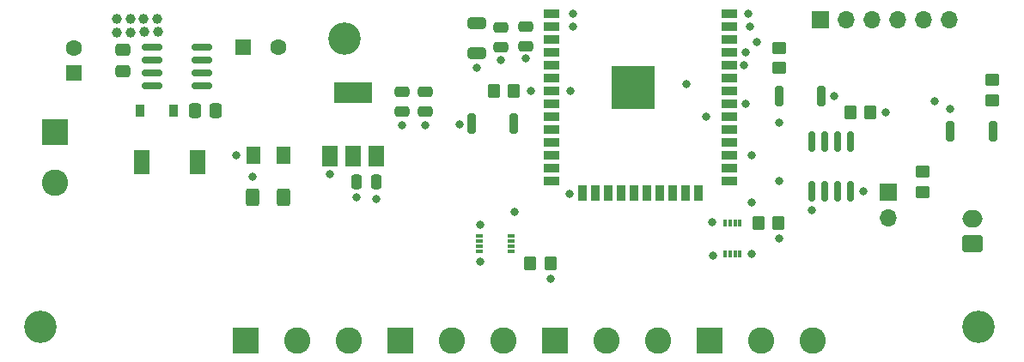
<source format=gbr>
%TF.GenerationSoftware,KiCad,Pcbnew,(6.0.8)*%
%TF.CreationDate,2022-10-05T23:26:50+02:00*%
%TF.ProjectId,DMX_ControllerBoard,444d585f-436f-46e7-9472-6f6c6c657242,rev?*%
%TF.SameCoordinates,Original*%
%TF.FileFunction,Soldermask,Top*%
%TF.FilePolarity,Negative*%
%FSLAX46Y46*%
G04 Gerber Fmt 4.6, Leading zero omitted, Abs format (unit mm)*
G04 Created by KiCad (PCBNEW (6.0.8)) date 2022-10-05 23:26:50*
%MOMM*%
%LPD*%
G01*
G04 APERTURE LIST*
G04 Aperture macros list*
%AMRoundRect*
0 Rectangle with rounded corners*
0 $1 Rounding radius*
0 $2 $3 $4 $5 $6 $7 $8 $9 X,Y pos of 4 corners*
0 Add a 4 corners polygon primitive as box body*
4,1,4,$2,$3,$4,$5,$6,$7,$8,$9,$2,$3,0*
0 Add four circle primitives for the rounded corners*
1,1,$1+$1,$2,$3*
1,1,$1+$1,$4,$5*
1,1,$1+$1,$6,$7*
1,1,$1+$1,$8,$9*
0 Add four rect primitives between the rounded corners*
20,1,$1+$1,$2,$3,$4,$5,0*
20,1,$1+$1,$4,$5,$6,$7,0*
20,1,$1+$1,$6,$7,$8,$9,0*
20,1,$1+$1,$8,$9,$2,$3,0*%
G04 Aperture macros list end*
%ADD10R,1.600000X1.600000*%
%ADD11C,1.600000*%
%ADD12RoundRect,0.250000X-0.337500X-0.475000X0.337500X-0.475000X0.337500X0.475000X-0.337500X0.475000X0*%
%ADD13R,0.900000X1.200000*%
%ADD14R,2.600000X2.600000*%
%ADD15C,2.600000*%
%ADD16RoundRect,0.250000X0.750000X-0.600000X0.750000X0.600000X-0.750000X0.600000X-0.750000X-0.600000X0*%
%ADD17O,2.000000X1.700000*%
%ADD18R,1.500000X2.400000*%
%ADD19RoundRect,0.249999X-0.350001X-0.450001X0.350001X-0.450001X0.350001X0.450001X-0.350001X0.450001X0*%
%ADD20RoundRect,0.200000X0.200000X0.800000X-0.200000X0.800000X-0.200000X-0.800000X0.200000X-0.800000X0*%
%ADD21RoundRect,0.150000X-0.150000X0.825000X-0.150000X-0.825000X0.150000X-0.825000X0.150000X0.825000X0*%
%ADD22RoundRect,0.150000X0.825000X0.150000X-0.825000X0.150000X-0.825000X-0.150000X0.825000X-0.150000X0*%
%ADD23RoundRect,0.250000X-0.650000X0.325000X-0.650000X-0.325000X0.650000X-0.325000X0.650000X0.325000X0*%
%ADD24RoundRect,0.250000X-0.475000X0.250000X-0.475000X-0.250000X0.475000X-0.250000X0.475000X0.250000X0*%
%ADD25R,1.500000X0.900000*%
%ADD26R,0.900000X1.500000*%
%ADD27C,0.475000*%
%ADD28R,4.200000X4.200000*%
%ADD29RoundRect,0.250000X-0.475000X0.337500X-0.475000X-0.337500X0.475000X-0.337500X0.475000X0.337500X0*%
%ADD30RoundRect,0.250000X-0.462500X-0.625000X0.462500X-0.625000X0.462500X0.625000X-0.462500X0.625000X0*%
%ADD31RoundRect,0.250000X0.400000X0.625000X-0.400000X0.625000X-0.400000X-0.625000X0.400000X-0.625000X0*%
%ADD32RoundRect,0.249999X-0.450001X0.350001X-0.450001X-0.350001X0.450001X-0.350001X0.450001X0.350001X0*%
%ADD33RoundRect,0.200000X-0.200000X-0.800000X0.200000X-0.800000X0.200000X0.800000X-0.200000X0.800000X0*%
%ADD34R,1.700000X1.700000*%
%ADD35O,1.700000X1.700000*%
%ADD36C,3.200000*%
%ADD37RoundRect,0.249999X0.450001X-0.350001X0.450001X0.350001X-0.450001X0.350001X-0.450001X-0.350001X0*%
%ADD38RoundRect,0.250000X0.250000X0.475000X-0.250000X0.475000X-0.250000X-0.475000X0.250000X-0.475000X0*%
%ADD39RoundRect,0.250000X-0.350000X-0.450000X0.350000X-0.450000X0.350000X0.450000X-0.350000X0.450000X0*%
%ADD40R,0.800000X0.300000*%
%ADD41R,1.500000X2.000000*%
%ADD42R,3.800000X2.000000*%
%ADD43R,0.300000X0.800000*%
%ADD44C,1.000000*%
%ADD45C,0.800000*%
G04 APERTURE END LIST*
D10*
%TO.C,C8*%
X26162000Y-32702500D03*
D11*
X26162000Y-30202500D03*
%TD*%
D10*
%TO.C,C12*%
X42799000Y-30099000D03*
D11*
X46299000Y-30099000D03*
%TD*%
D12*
%TO.C,C13*%
X38078500Y-36385500D03*
X40153500Y-36385500D03*
%TD*%
D13*
%TO.C,D6*%
X32640000Y-36385500D03*
X35940000Y-36385500D03*
%TD*%
D14*
%TO.C,J3*%
X24257000Y-38544500D03*
D15*
X24257000Y-43544500D03*
%TD*%
D16*
%TO.C,J5*%
X114731800Y-49542700D03*
D17*
X114731800Y-47042700D03*
%TD*%
D18*
%TO.C,L3*%
X32810000Y-41465500D03*
X38310000Y-41465500D03*
%TD*%
D19*
%TO.C,R3*%
X67516500Y-34417000D03*
X69516500Y-34417000D03*
%TD*%
D20*
%TO.C,SW1*%
X69532500Y-37655500D03*
X65332500Y-37655500D03*
%TD*%
D21*
%TO.C,U2*%
X102692200Y-39435000D03*
X101422200Y-39435000D03*
X100152200Y-39435000D03*
X98882200Y-39435000D03*
X98882200Y-44385000D03*
X100152200Y-44385000D03*
X101422200Y-44385000D03*
X102692200Y-44385000D03*
%TD*%
D22*
%TO.C,U4*%
X38797000Y-33972500D03*
X38797000Y-32702500D03*
X38797000Y-31432500D03*
X38797000Y-30162500D03*
X33847000Y-30162500D03*
X33847000Y-31432500D03*
X33847000Y-32702500D03*
X33847000Y-33972500D03*
%TD*%
D23*
%TO.C,C1*%
X65849500Y-27735000D03*
X65849500Y-30685000D03*
%TD*%
D24*
%TO.C,C3*%
X58478500Y-34569000D03*
X58478500Y-36469000D03*
%TD*%
%TO.C,C4*%
X60764500Y-34569000D03*
X60764500Y-36469000D03*
%TD*%
D25*
%TO.C,U3*%
X73228500Y-26802000D03*
X73228500Y-28072000D03*
X73228500Y-29342000D03*
X73228500Y-30612000D03*
X73228500Y-31882000D03*
X73228500Y-33152000D03*
X73228500Y-34422000D03*
X73228500Y-35692000D03*
X73228500Y-36962000D03*
X73228500Y-38232000D03*
X73228500Y-39502000D03*
X73228500Y-40772000D03*
X73228500Y-42042000D03*
X73228500Y-43312000D03*
D26*
X76268500Y-44562000D03*
X77538500Y-44562000D03*
X78808500Y-44562000D03*
X80078500Y-44562000D03*
X81348500Y-44562000D03*
X82618500Y-44562000D03*
X83888500Y-44562000D03*
X85158500Y-44562000D03*
X86428500Y-44562000D03*
X87698500Y-44562000D03*
D25*
X90728500Y-43312000D03*
X90728500Y-42042000D03*
X90728500Y-40772000D03*
X90728500Y-39502000D03*
X90728500Y-38232000D03*
X90728500Y-36962000D03*
X90728500Y-35692000D03*
X90728500Y-34422000D03*
X90728500Y-33152000D03*
X90728500Y-31882000D03*
X90728500Y-30612000D03*
X90728500Y-29342000D03*
X90728500Y-28072000D03*
X90728500Y-26802000D03*
D27*
X81298500Y-34904500D03*
X81298500Y-33379500D03*
X79773500Y-33379500D03*
X82061000Y-32617000D03*
X82823500Y-33379500D03*
X80536000Y-35667000D03*
X79773500Y-34904500D03*
X82061000Y-34142000D03*
X80536000Y-32617000D03*
X82823500Y-34904500D03*
X80536000Y-34142000D03*
D28*
X81298500Y-34142000D03*
D27*
X82061000Y-35667000D03*
%TD*%
D19*
%TO.C,R1*%
X102673400Y-36588700D03*
X104673400Y-36588700D03*
%TD*%
D29*
%TO.C,C11*%
X30988000Y-30395000D03*
X30988000Y-32470000D03*
%TD*%
D30*
%TO.C,D1*%
X43851500Y-40830500D03*
X46826500Y-40830500D03*
%TD*%
D31*
%TO.C,R8*%
X46825500Y-44958000D03*
X43725500Y-44958000D03*
%TD*%
D14*
%TO.C,J1*%
X43116500Y-59055000D03*
D15*
X48196500Y-59055000D03*
X53276500Y-59055000D03*
%TD*%
D14*
%TO.C,J2*%
X58356500Y-59055000D03*
D15*
X63436500Y-59055000D03*
X68516500Y-59055000D03*
%TD*%
D14*
%TO.C,J4*%
X73596500Y-59055000D03*
D15*
X78676500Y-59055000D03*
X83756500Y-59055000D03*
%TD*%
D14*
%TO.C,J6*%
X88836500Y-59055000D03*
D15*
X93916500Y-59055000D03*
X98996500Y-59055000D03*
%TD*%
D32*
%TO.C,R5*%
X95631000Y-30178500D03*
X95631000Y-32178500D03*
%TD*%
D33*
%TO.C,SW2*%
X95626500Y-34988500D03*
X99826500Y-34988500D03*
%TD*%
D34*
%TO.C,J7*%
X99758500Y-27432000D03*
D35*
X102298500Y-27432000D03*
X104838500Y-27432000D03*
X107378500Y-27432000D03*
X109918500Y-27432000D03*
X112458500Y-27432000D03*
%TD*%
D32*
%TO.C,R9*%
X116700300Y-33391600D03*
X116700300Y-35391600D03*
%TD*%
D20*
%TO.C,SW3*%
X116728700Y-38467600D03*
X112528700Y-38467600D03*
%TD*%
D36*
%TO.C,H1*%
X52844700Y-29311600D03*
%TD*%
%TO.C,H2*%
X22872700Y-57708800D03*
%TD*%
%TO.C,H3*%
X115277900Y-57708800D03*
%TD*%
D34*
%TO.C,JP1*%
X106387900Y-44450000D03*
D35*
X106387900Y-46990000D03*
%TD*%
D37*
%TO.C,R4*%
X109791500Y-44434000D03*
X109791500Y-42434000D03*
%TD*%
D38*
%TO.C,C2*%
X55938500Y-43459000D03*
X54038500Y-43459000D03*
%TD*%
D39*
%TO.C,R2*%
X71136000Y-51435000D03*
X73136000Y-51435000D03*
%TD*%
D24*
%TO.C,C6*%
X70675500Y-28133000D03*
X70675500Y-30033000D03*
%TD*%
D39*
%TO.C,R6*%
X93615000Y-47498000D03*
X95615000Y-47498000D03*
%TD*%
D40*
%TO.C,U5*%
X66141000Y-48780000D03*
X66141000Y-49280000D03*
X66141000Y-49780000D03*
X66141000Y-50280000D03*
X69241000Y-50280000D03*
X69241000Y-49780000D03*
X69241000Y-49280000D03*
X69241000Y-48780000D03*
%TD*%
D41*
%TO.C,U1*%
X51357500Y-40894000D03*
D42*
X53657500Y-34594000D03*
D41*
X53657500Y-40894000D03*
X55957500Y-40894000D03*
%TD*%
D24*
%TO.C,C5*%
X68262500Y-28194000D03*
X68262500Y-30094000D03*
%TD*%
D43*
%TO.C,U6*%
X90309000Y-50572000D03*
X90809000Y-50572000D03*
X91309000Y-50572000D03*
X91809000Y-50572000D03*
X91809000Y-47472000D03*
X91309000Y-47472000D03*
X90809000Y-47472000D03*
X90309000Y-47472000D03*
%TD*%
D44*
X34353500Y-27305000D03*
D45*
X58483500Y-37846000D03*
X92646500Y-26797000D03*
D44*
X31750000Y-28702000D03*
D45*
X92964000Y-50546000D03*
X60769500Y-37846000D03*
D44*
X34417000Y-28638500D03*
X30416500Y-27305000D03*
X33041166Y-27305000D03*
X33083500Y-28638500D03*
D45*
X98869500Y-46228000D03*
X65849500Y-32131000D03*
X64198500Y-37719000D03*
X101092000Y-34988500D03*
X74993500Y-44577000D03*
X42164000Y-40830500D03*
X70675500Y-31242000D03*
X112522000Y-36195000D03*
D44*
X30416500Y-28702000D03*
D45*
X66167000Y-51308000D03*
X68262500Y-31369000D03*
X51371500Y-42672000D03*
X54038500Y-44958000D03*
X75374500Y-26797000D03*
D44*
X31728833Y-27305000D03*
D45*
X75120500Y-34417000D03*
X86487000Y-33782000D03*
X71183500Y-34417000D03*
X89027000Y-47371000D03*
X69596000Y-46355000D03*
X92773500Y-28067000D03*
X75374500Y-28067000D03*
X103949500Y-44323000D03*
X73152000Y-52959000D03*
X106133900Y-36576000D03*
X89154000Y-50673000D03*
X95631000Y-49022000D03*
X66167000Y-47625000D03*
X55943500Y-45085000D03*
X93472000Y-29591000D03*
X95694500Y-37592000D03*
X95631000Y-43307000D03*
X92202000Y-31877000D03*
X92329000Y-30607000D03*
X43751500Y-42926000D03*
X88455500Y-36957000D03*
X92964000Y-40767000D03*
X92964000Y-45466000D03*
X92329000Y-35687000D03*
X110998000Y-35433000D03*
M02*

</source>
